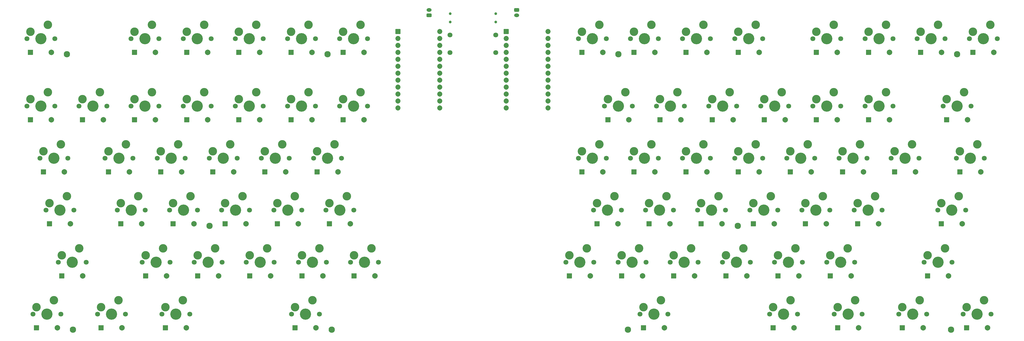
<source format=gbr>
%TF.GenerationSoftware,KiCad,Pcbnew,9.0.2*%
%TF.CreationDate,2025-05-23T00:15:25+09:00*%
%TF.ProjectId,jjongkbd,6a6a6f6e-676b-4626-942e-6b696361645f,0.1*%
%TF.SameCoordinates,Original*%
%TF.FileFunction,Soldermask,Top*%
%TF.FilePolarity,Negative*%
%FSLAX46Y46*%
G04 Gerber Fmt 4.6, Leading zero omitted, Abs format (unit mm)*
G04 Created by KiCad (PCBNEW 9.0.2) date 2025-05-23 00:15:25*
%MOMM*%
%LPD*%
G01*
G04 APERTURE LIST*
G04 Aperture macros list*
%AMRoundRect*
0 Rectangle with rounded corners*
0 $1 Rounding radius*
0 $2 $3 $4 $5 $6 $7 $8 $9 X,Y pos of 4 corners*
0 Add a 4 corners polygon primitive as box body*
4,1,4,$2,$3,$4,$5,$6,$7,$8,$9,$2,$3,0*
0 Add four circle primitives for the rounded corners*
1,1,$1+$1,$2,$3*
1,1,$1+$1,$4,$5*
1,1,$1+$1,$6,$7*
1,1,$1+$1,$8,$9*
0 Add four rect primitives between the rounded corners*
20,1,$1+$1,$2,$3,$4,$5,0*
20,1,$1+$1,$4,$5,$6,$7,0*
20,1,$1+$1,$6,$7,$8,$9,0*
20,1,$1+$1,$8,$9,$2,$3,0*%
G04 Aperture macros list end*
%ADD10C,4.087800*%
%ADD11C,1.801800*%
%ADD12C,3.100000*%
%ADD13RoundRect,0.050000X-0.889000X-0.889000X0.889000X-0.889000X0.889000X0.889000X-0.889000X0.889000X0*%
%ADD14C,2.005000*%
%ADD15C,1.800000*%
%ADD16C,1.000000*%
%ADD17RoundRect,0.260000X-0.665000X0.390000X-0.665000X-0.390000X0.665000X-0.390000X0.665000X0.390000X0*%
%ADD18O,1.850000X1.300000*%
%ADD19RoundRect,0.260000X0.665000X-0.390000X0.665000X0.390000X-0.665000X0.390000X-0.665000X-0.390000X0*%
%ADD20RoundRect,0.050000X-0.876300X0.876300X-0.876300X-0.876300X0.876300X-0.876300X0.876300X0.876300X0*%
%ADD21C,1.852600*%
%ADD22C,2.300000*%
G04 APERTURE END LIST*
D10*
%TO.C,S1*%
X38000000Y-57000000D03*
D11*
X43080000Y-57000000D03*
X32920000Y-57000000D03*
D12*
X40540000Y-51920000D03*
X34190000Y-54460000D03*
%TD*%
D10*
%TO.C,S2*%
X76000000Y-57000000D03*
D11*
X81080000Y-57000000D03*
X70920000Y-57000000D03*
D12*
X78540000Y-51920000D03*
X72190000Y-54460000D03*
%TD*%
D10*
%TO.C,S3*%
X95000000Y-57000000D03*
D11*
X100080000Y-57000000D03*
X89920000Y-57000000D03*
D12*
X97540000Y-51920000D03*
X91190000Y-54460000D03*
%TD*%
D10*
%TO.C,S4*%
X114000000Y-57000000D03*
D11*
X119080000Y-57000000D03*
X108920000Y-57000000D03*
D12*
X116540000Y-51920000D03*
X110190000Y-54460000D03*
%TD*%
D10*
%TO.C,S5*%
X133000000Y-57000000D03*
D11*
X138080000Y-57000000D03*
X127920000Y-57000000D03*
D12*
X135540000Y-51920000D03*
X129190000Y-54460000D03*
%TD*%
D10*
%TO.C,S6*%
X152000000Y-57000000D03*
D11*
X157080000Y-57000000D03*
X146920000Y-57000000D03*
D12*
X154540000Y-51920000D03*
X148190000Y-54460000D03*
%TD*%
D10*
%TO.C,S7*%
X38000000Y-81700000D03*
D11*
X43080000Y-81700000D03*
X32920000Y-81700000D03*
D12*
X40540000Y-76620000D03*
X34190000Y-79160000D03*
%TD*%
D10*
%TO.C,S8*%
X57000000Y-81700000D03*
D11*
X62080000Y-81700000D03*
X51920000Y-81700000D03*
D12*
X59540000Y-76620000D03*
X53190000Y-79160000D03*
%TD*%
D10*
%TO.C,S9*%
X76000000Y-81700000D03*
D11*
X81080000Y-81700000D03*
X70920000Y-81700000D03*
D12*
X78540000Y-76620000D03*
X72190000Y-79160000D03*
%TD*%
D10*
%TO.C,S10*%
X95000000Y-81700000D03*
D11*
X100080000Y-81700000D03*
X89920000Y-81700000D03*
D12*
X97540000Y-76620000D03*
X91190000Y-79160000D03*
%TD*%
D10*
%TO.C,S11*%
X114000000Y-81700000D03*
D11*
X119080000Y-81700000D03*
X108920000Y-81700000D03*
D12*
X116540000Y-76620000D03*
X110190000Y-79160000D03*
%TD*%
D10*
%TO.C,S12*%
X133000000Y-81700000D03*
D11*
X138080000Y-81700000D03*
X127920000Y-81700000D03*
D12*
X135540000Y-76620000D03*
X129190000Y-79160000D03*
%TD*%
D10*
%TO.C,S13*%
X152000000Y-81700000D03*
D11*
X157080000Y-81700000D03*
X146920000Y-81700000D03*
D12*
X154540000Y-76620000D03*
X148190000Y-79160000D03*
%TD*%
D10*
%TO.C,S14*%
X42750000Y-100700000D03*
D11*
X47830000Y-100700000D03*
X37670000Y-100700000D03*
D12*
X45290000Y-95620000D03*
X38940000Y-98160000D03*
%TD*%
D10*
%TO.C,S15*%
X66500000Y-100700000D03*
D11*
X71580000Y-100700000D03*
X61420000Y-100700000D03*
D12*
X69040000Y-95620000D03*
X62690000Y-98160000D03*
%TD*%
D10*
%TO.C,S16*%
X85500000Y-100700000D03*
D11*
X90580000Y-100700000D03*
X80420000Y-100700000D03*
D12*
X88040000Y-95620000D03*
X81690000Y-98160000D03*
%TD*%
D10*
%TO.C,S17*%
X104500000Y-100700000D03*
D11*
X109580000Y-100700000D03*
X99420000Y-100700000D03*
D12*
X107040000Y-95620000D03*
X100690000Y-98160000D03*
%TD*%
D10*
%TO.C,S18*%
X123500000Y-100700000D03*
D11*
X128580000Y-100700000D03*
X118420000Y-100700000D03*
D12*
X126040000Y-95620000D03*
X119690000Y-98160000D03*
%TD*%
D10*
%TO.C,S19*%
X142500000Y-100700000D03*
D11*
X147580000Y-100700000D03*
X137420000Y-100700000D03*
D12*
X145040000Y-95620000D03*
X138690000Y-98160000D03*
%TD*%
D10*
%TO.C,S20*%
X45000000Y-119700000D03*
D11*
X50080000Y-119700000D03*
X39920000Y-119700000D03*
D12*
X47540000Y-114620000D03*
X41190000Y-117160000D03*
%TD*%
D10*
%TO.C,S21*%
X71000000Y-119700000D03*
D11*
X76080000Y-119700000D03*
X65920000Y-119700000D03*
D12*
X73540000Y-114620000D03*
X67190000Y-117160000D03*
%TD*%
D10*
%TO.C,S22*%
X90000000Y-119700000D03*
D11*
X95080000Y-119700000D03*
X84920000Y-119700000D03*
D12*
X92540000Y-114620000D03*
X86190000Y-117160000D03*
%TD*%
D10*
%TO.C,S23*%
X109000000Y-119700000D03*
D11*
X114080000Y-119700000D03*
X103920000Y-119700000D03*
D12*
X111540000Y-114620000D03*
X105190000Y-117160000D03*
%TD*%
D10*
%TO.C,S24*%
X128000000Y-119700000D03*
D11*
X133080000Y-119700000D03*
X122920000Y-119700000D03*
D12*
X130540000Y-114620000D03*
X124190000Y-117160000D03*
%TD*%
D10*
%TO.C,S25*%
X147000000Y-119700000D03*
D11*
X152080000Y-119700000D03*
X141920000Y-119700000D03*
D12*
X149540000Y-114620000D03*
X143190000Y-117160000D03*
%TD*%
D10*
%TO.C,S26*%
X49500000Y-138700000D03*
D11*
X54580000Y-138700000D03*
X44420000Y-138700000D03*
D12*
X52040000Y-133620000D03*
X45690000Y-136160000D03*
%TD*%
D10*
%TO.C,S27*%
X80000000Y-138700000D03*
D11*
X85080000Y-138700000D03*
X74920000Y-138700000D03*
D12*
X82540000Y-133620000D03*
X76190000Y-136160000D03*
%TD*%
D10*
%TO.C,S28*%
X99000000Y-138700000D03*
D11*
X104080000Y-138700000D03*
X93920000Y-138700000D03*
D12*
X101540000Y-133620000D03*
X95190000Y-136160000D03*
%TD*%
D10*
%TO.C,S29*%
X118000000Y-138700000D03*
D11*
X123080000Y-138700000D03*
X112920000Y-138700000D03*
D12*
X120540000Y-133620000D03*
X114190000Y-136160000D03*
%TD*%
D10*
%TO.C,S30*%
X137000000Y-138700000D03*
D11*
X142080000Y-138700000D03*
X131920000Y-138700000D03*
D12*
X139540000Y-133620000D03*
X133190000Y-136160000D03*
%TD*%
D10*
%TO.C,S31*%
X156000000Y-138700000D03*
D11*
X161080000Y-138700000D03*
X150920000Y-138700000D03*
D12*
X158540000Y-133620000D03*
X152190000Y-136160000D03*
%TD*%
D10*
%TO.C,S32*%
X40250000Y-157700000D03*
D11*
X45330000Y-157700000D03*
X35170000Y-157700000D03*
D12*
X42790000Y-152620000D03*
X36440000Y-155160000D03*
%TD*%
D10*
%TO.C,S33*%
X63750000Y-157700000D03*
D11*
X68830000Y-157700000D03*
X58670000Y-157700000D03*
D12*
X66290000Y-152620000D03*
X59940000Y-155160000D03*
%TD*%
D10*
%TO.C,S34*%
X87250000Y-157700000D03*
D11*
X92330000Y-157700000D03*
X82170000Y-157700000D03*
D12*
X89790000Y-152620000D03*
X83440000Y-155160000D03*
%TD*%
D10*
%TO.C,S35*%
X134500000Y-157700000D03*
D11*
X139580000Y-157700000D03*
X129420000Y-157700000D03*
D12*
X137040000Y-152620000D03*
X130690000Y-155160000D03*
%TD*%
D10*
%TO.C,S36*%
X379250000Y-157700000D03*
D11*
X384330000Y-157700000D03*
X374170000Y-157700000D03*
D12*
X381790000Y-152620000D03*
X375440000Y-155160000D03*
%TD*%
D10*
%TO.C,S37*%
X355750000Y-157700000D03*
D11*
X360830000Y-157700000D03*
X350670000Y-157700000D03*
D12*
X358290000Y-152620000D03*
X351940000Y-155160000D03*
%TD*%
D10*
%TO.C,S38*%
X332250000Y-157700000D03*
D11*
X337330000Y-157700000D03*
X327170000Y-157700000D03*
D12*
X334790000Y-152620000D03*
X328440000Y-155160000D03*
%TD*%
D10*
%TO.C,S39*%
X308750000Y-157700000D03*
D11*
X313830000Y-157700000D03*
X303670000Y-157700000D03*
D12*
X311290000Y-152620000D03*
X304940000Y-155160000D03*
%TD*%
D10*
%TO.C,S40*%
X261500000Y-157700000D03*
D11*
X266580000Y-157700000D03*
X256420000Y-157700000D03*
D12*
X264040000Y-152620000D03*
X257690000Y-155160000D03*
%TD*%
D10*
%TO.C,S41*%
X365000000Y-138700000D03*
D11*
X370080000Y-138700000D03*
X359920000Y-138700000D03*
D12*
X367540000Y-133620000D03*
X361190000Y-136160000D03*
%TD*%
D10*
%TO.C,S42*%
X329500000Y-138700000D03*
D11*
X334580000Y-138700000D03*
X324420000Y-138700000D03*
D12*
X332040000Y-133620000D03*
X325690000Y-136160000D03*
%TD*%
D10*
%TO.C,S43*%
X310500000Y-138700000D03*
D11*
X315580000Y-138700000D03*
X305420000Y-138700000D03*
D12*
X313040000Y-133620000D03*
X306690000Y-136160000D03*
%TD*%
D10*
%TO.C,S44*%
X291500000Y-138700000D03*
D11*
X296580000Y-138700000D03*
X286420000Y-138700000D03*
D12*
X294040000Y-133620000D03*
X287690000Y-136160000D03*
%TD*%
D10*
%TO.C,S45*%
X272500000Y-138700000D03*
D11*
X277580000Y-138700000D03*
X267420000Y-138700000D03*
D12*
X275040000Y-133620000D03*
X268690000Y-136160000D03*
%TD*%
D10*
%TO.C,S46*%
X253500000Y-138700000D03*
D11*
X258580000Y-138700000D03*
X248420000Y-138700000D03*
D12*
X256040000Y-133620000D03*
X249690000Y-136160000D03*
%TD*%
D10*
%TO.C,S47*%
X234500000Y-138700000D03*
D11*
X239580000Y-138700000D03*
X229420000Y-138700000D03*
D12*
X237040000Y-133620000D03*
X230690000Y-136160000D03*
%TD*%
D10*
%TO.C,S48*%
X370000000Y-119700000D03*
D11*
X375080000Y-119700000D03*
X364920000Y-119700000D03*
D12*
X372540000Y-114620000D03*
X366190000Y-117160000D03*
%TD*%
D10*
%TO.C,S49*%
X339500000Y-119700000D03*
D11*
X344580000Y-119700000D03*
X334420000Y-119700000D03*
D12*
X342040000Y-114620000D03*
X335690000Y-117160000D03*
%TD*%
D10*
%TO.C,S50*%
X320500000Y-119700000D03*
D11*
X325580000Y-119700000D03*
X315420000Y-119700000D03*
D12*
X323040000Y-114620000D03*
X316690000Y-117160000D03*
%TD*%
D10*
%TO.C,S51*%
X301500000Y-119700000D03*
D11*
X306580000Y-119700000D03*
X296420000Y-119700000D03*
D12*
X304040000Y-114620000D03*
X297690000Y-117160000D03*
%TD*%
D10*
%TO.C,S52*%
X282500000Y-119700000D03*
D11*
X287580000Y-119700000D03*
X277420000Y-119700000D03*
D12*
X285040000Y-114620000D03*
X278690000Y-117160000D03*
%TD*%
D10*
%TO.C,S53*%
X263500000Y-119700000D03*
D11*
X268580000Y-119700000D03*
X258420000Y-119700000D03*
D12*
X266040000Y-114620000D03*
X259690000Y-117160000D03*
%TD*%
D10*
%TO.C,S54*%
X244500000Y-119700000D03*
D11*
X249580000Y-119700000D03*
X239420000Y-119700000D03*
D12*
X247040000Y-114620000D03*
X240690000Y-117160000D03*
%TD*%
D10*
%TO.C,S55*%
X376750000Y-100700000D03*
D11*
X381830000Y-100700000D03*
X371670000Y-100700000D03*
D12*
X379290000Y-95620000D03*
X372940000Y-98160000D03*
%TD*%
D10*
%TO.C,S56*%
X353000000Y-100700000D03*
D11*
X358080000Y-100700000D03*
X347920000Y-100700000D03*
D12*
X355540000Y-95620000D03*
X349190000Y-98160000D03*
%TD*%
D10*
%TO.C,S57*%
X334000000Y-100700000D03*
D11*
X339080000Y-100700000D03*
X328920000Y-100700000D03*
D12*
X336540000Y-95620000D03*
X330190000Y-98160000D03*
%TD*%
D10*
%TO.C,S58*%
X315000000Y-100700000D03*
D11*
X320080000Y-100700000D03*
X309920000Y-100700000D03*
D12*
X317540000Y-95620000D03*
X311190000Y-98160000D03*
%TD*%
D10*
%TO.C,S59*%
X296000000Y-100700000D03*
D11*
X301080000Y-100700000D03*
X290920000Y-100700000D03*
D12*
X298540000Y-95620000D03*
X292190000Y-98160000D03*
%TD*%
D10*
%TO.C,S60*%
X277000000Y-100700000D03*
D11*
X282080000Y-100700000D03*
X271920000Y-100700000D03*
D12*
X279540000Y-95620000D03*
X273190000Y-98160000D03*
%TD*%
D10*
%TO.C,S61*%
X258000000Y-100700000D03*
D11*
X263080000Y-100700000D03*
X252920000Y-100700000D03*
D12*
X260540000Y-95620000D03*
X254190000Y-98160000D03*
%TD*%
D10*
%TO.C,S62*%
X239000000Y-100700000D03*
D11*
X244080000Y-100700000D03*
X233920000Y-100700000D03*
D12*
X241540000Y-95620000D03*
X235190000Y-98160000D03*
%TD*%
D10*
%TO.C,S63*%
X372000000Y-81700000D03*
D11*
X377080000Y-81700000D03*
X366920000Y-81700000D03*
D12*
X374540000Y-76620000D03*
X368190000Y-79160000D03*
%TD*%
D10*
%TO.C,S64*%
X343500000Y-81700000D03*
D11*
X348580000Y-81700000D03*
X338420000Y-81700000D03*
D12*
X346040000Y-76620000D03*
X339690000Y-79160000D03*
%TD*%
D10*
%TO.C,S65*%
X324500000Y-81700000D03*
D11*
X329580000Y-81700000D03*
X319420000Y-81700000D03*
D12*
X327040000Y-76620000D03*
X320690000Y-79160000D03*
%TD*%
D10*
%TO.C,S66*%
X305500000Y-81700000D03*
D11*
X310580000Y-81700000D03*
X300420000Y-81700000D03*
D12*
X308040000Y-76620000D03*
X301690000Y-79160000D03*
%TD*%
D10*
%TO.C,S67*%
X286500000Y-81700000D03*
D11*
X291580000Y-81700000D03*
X281420000Y-81700000D03*
D12*
X289040000Y-76620000D03*
X282690000Y-79160000D03*
%TD*%
D10*
%TO.C,S68*%
X267500000Y-81700000D03*
D11*
X272580000Y-81700000D03*
X262420000Y-81700000D03*
D12*
X270040000Y-76620000D03*
X263690000Y-79160000D03*
%TD*%
D10*
%TO.C,S69*%
X248500000Y-81700000D03*
D11*
X253580000Y-81700000D03*
X243420000Y-81700000D03*
D12*
X251040000Y-76620000D03*
X244690000Y-79160000D03*
%TD*%
D10*
%TO.C,S70*%
X381500000Y-57000000D03*
D11*
X386580000Y-57000000D03*
X376420000Y-57000000D03*
D12*
X384040000Y-51920000D03*
X377690000Y-54460000D03*
%TD*%
D10*
%TO.C,S71*%
X362500000Y-57000000D03*
D11*
X367580000Y-57000000D03*
X357420000Y-57000000D03*
D12*
X365040000Y-51920000D03*
X358690000Y-54460000D03*
%TD*%
D10*
%TO.C,S72*%
X343500000Y-57000000D03*
D11*
X348580000Y-57000000D03*
X338420000Y-57000000D03*
D12*
X346040000Y-51920000D03*
X339690000Y-54460000D03*
%TD*%
D10*
%TO.C,S73*%
X324500000Y-57000000D03*
D11*
X329580000Y-57000000D03*
X319420000Y-57000000D03*
D12*
X327040000Y-51920000D03*
X320690000Y-54460000D03*
%TD*%
D10*
%TO.C,S74*%
X296000000Y-57000000D03*
D11*
X301080000Y-57000000D03*
X290920000Y-57000000D03*
D12*
X298540000Y-51920000D03*
X292190000Y-54460000D03*
%TD*%
D10*
%TO.C,S75*%
X277000000Y-57000000D03*
D11*
X282080000Y-57000000D03*
X271920000Y-57000000D03*
D12*
X279540000Y-51920000D03*
X273190000Y-54460000D03*
%TD*%
D10*
%TO.C,S76*%
X258000000Y-57000000D03*
D11*
X263080000Y-57000000D03*
X252920000Y-57000000D03*
D12*
X260540000Y-51920000D03*
X254190000Y-54460000D03*
%TD*%
D10*
%TO.C,S77*%
X239000000Y-57000000D03*
D11*
X244080000Y-57000000D03*
X233920000Y-57000000D03*
D12*
X241540000Y-51920000D03*
X235190000Y-54460000D03*
%TD*%
D13*
%TO.C,D1*%
X34190000Y-62000000D03*
D14*
X41810000Y-62000000D03*
%TD*%
D13*
%TO.C,D2*%
X72190000Y-62000000D03*
D14*
X79810000Y-62000000D03*
%TD*%
D13*
%TO.C,D3*%
X91190000Y-62000000D03*
D14*
X98810000Y-62000000D03*
%TD*%
D13*
%TO.C,D4*%
X110190000Y-62000000D03*
D14*
X117810000Y-62000000D03*
%TD*%
D13*
%TO.C,D5*%
X129190000Y-62000000D03*
D14*
X136810000Y-62000000D03*
%TD*%
D13*
%TO.C,D6*%
X148190000Y-62000000D03*
D14*
X155810000Y-62000000D03*
%TD*%
D13*
%TO.C,D7*%
X34190000Y-86700000D03*
D14*
X41810000Y-86700000D03*
%TD*%
D13*
%TO.C,D8*%
X53190000Y-86700000D03*
D14*
X60810000Y-86700000D03*
%TD*%
D13*
%TO.C,D9*%
X72190000Y-86700000D03*
D14*
X79810000Y-86700000D03*
%TD*%
D13*
%TO.C,D10*%
X91190000Y-86700000D03*
D14*
X98810000Y-86700000D03*
%TD*%
D13*
%TO.C,D11*%
X110190000Y-86700000D03*
D14*
X117810000Y-86700000D03*
%TD*%
D13*
%TO.C,D12*%
X129190000Y-86700000D03*
D14*
X136810000Y-86700000D03*
%TD*%
D13*
%TO.C,D13*%
X148190000Y-86700000D03*
D14*
X155810000Y-86700000D03*
%TD*%
D13*
%TO.C,D14*%
X38940000Y-105700000D03*
D14*
X46560000Y-105700000D03*
%TD*%
D13*
%TO.C,D15*%
X62690000Y-105700000D03*
D14*
X70310000Y-105700000D03*
%TD*%
D13*
%TO.C,D16*%
X81690000Y-105700000D03*
D14*
X89310000Y-105700000D03*
%TD*%
D13*
%TO.C,D17*%
X100690000Y-105700000D03*
D14*
X108310000Y-105700000D03*
%TD*%
D13*
%TO.C,D18*%
X119690000Y-105700000D03*
D14*
X127310000Y-105700000D03*
%TD*%
D13*
%TO.C,D19*%
X138690000Y-105700000D03*
D14*
X146310000Y-105700000D03*
%TD*%
D13*
%TO.C,D20*%
X41190000Y-124700000D03*
D14*
X48810000Y-124700000D03*
%TD*%
D13*
%TO.C,D21*%
X67190000Y-124700000D03*
D14*
X74810000Y-124700000D03*
%TD*%
D13*
%TO.C,D22*%
X86190000Y-124700000D03*
D14*
X93810000Y-124700000D03*
%TD*%
D13*
%TO.C,D23*%
X105190000Y-124700000D03*
D14*
X112810000Y-124700000D03*
%TD*%
D13*
%TO.C,D24*%
X124190000Y-124700000D03*
D14*
X131810000Y-124700000D03*
%TD*%
D13*
%TO.C,D25*%
X143190000Y-124700000D03*
D14*
X150810000Y-124700000D03*
%TD*%
D13*
%TO.C,D26*%
X45690000Y-143700000D03*
D14*
X53310000Y-143700000D03*
%TD*%
D13*
%TO.C,D27*%
X76190000Y-143700000D03*
D14*
X83810000Y-143700000D03*
%TD*%
D13*
%TO.C,D28*%
X95190000Y-143700000D03*
D14*
X102810000Y-143700000D03*
%TD*%
D13*
%TO.C,D29*%
X114190000Y-143700000D03*
D14*
X121810000Y-143700000D03*
%TD*%
D13*
%TO.C,D30*%
X133190000Y-143700000D03*
D14*
X140810000Y-143700000D03*
%TD*%
D13*
%TO.C,D31*%
X152190000Y-143700000D03*
D14*
X159810000Y-143700000D03*
%TD*%
D13*
%TO.C,D32*%
X36440000Y-162700000D03*
D14*
X44060000Y-162700000D03*
%TD*%
D13*
%TO.C,D33*%
X59940000Y-162700000D03*
D14*
X67560000Y-162700000D03*
%TD*%
D13*
%TO.C,D34*%
X83440000Y-162700000D03*
D14*
X91060000Y-162700000D03*
%TD*%
D13*
%TO.C,D35*%
X130690000Y-162700000D03*
D14*
X138310000Y-162700000D03*
%TD*%
D13*
%TO.C,D36*%
X375440000Y-162700000D03*
D14*
X383060000Y-162700000D03*
%TD*%
D13*
%TO.C,D37*%
X351940000Y-162700000D03*
D14*
X359560000Y-162700000D03*
%TD*%
D13*
%TO.C,D38*%
X328440000Y-162700000D03*
D14*
X336060000Y-162700000D03*
%TD*%
D13*
%TO.C,D39*%
X304940000Y-162700000D03*
D14*
X312560000Y-162700000D03*
%TD*%
D13*
%TO.C,D40*%
X257690000Y-162700000D03*
D14*
X265310000Y-162700000D03*
%TD*%
D13*
%TO.C,D41*%
X361190000Y-143700000D03*
D14*
X368810000Y-143700000D03*
%TD*%
D13*
%TO.C,D42*%
X325690000Y-143700000D03*
D14*
X333310000Y-143700000D03*
%TD*%
D13*
%TO.C,D43*%
X306690000Y-143700000D03*
D14*
X314310000Y-143700000D03*
%TD*%
D13*
%TO.C,D44*%
X287690000Y-143700000D03*
D14*
X295310000Y-143700000D03*
%TD*%
D13*
%TO.C,D45*%
X268690000Y-143700000D03*
D14*
X276310000Y-143700000D03*
%TD*%
D13*
%TO.C,D46*%
X249690000Y-143700000D03*
D14*
X257310000Y-143700000D03*
%TD*%
D13*
%TO.C,D47*%
X230690000Y-143700000D03*
D14*
X238310000Y-143700000D03*
%TD*%
D13*
%TO.C,D48*%
X366190000Y-124700000D03*
D14*
X373810000Y-124700000D03*
%TD*%
D13*
%TO.C,D49*%
X335690000Y-124700000D03*
D14*
X343310000Y-124700000D03*
%TD*%
D13*
%TO.C,D50*%
X316690000Y-124700000D03*
D14*
X324310000Y-124700000D03*
%TD*%
D13*
%TO.C,D51*%
X297690000Y-124700000D03*
D14*
X305310000Y-124700000D03*
%TD*%
D13*
%TO.C,D52*%
X278690000Y-124700000D03*
D14*
X286310000Y-124700000D03*
%TD*%
D13*
%TO.C,D53*%
X259690000Y-124700000D03*
D14*
X267310000Y-124700000D03*
%TD*%
D13*
%TO.C,D54*%
X240690000Y-124700000D03*
D14*
X248310000Y-124700000D03*
%TD*%
D13*
%TO.C,D55*%
X372940000Y-105700000D03*
D14*
X380560000Y-105700000D03*
%TD*%
D13*
%TO.C,D56*%
X349190000Y-105700000D03*
D14*
X356810000Y-105700000D03*
%TD*%
D13*
%TO.C,D57*%
X330190000Y-105700000D03*
D14*
X337810000Y-105700000D03*
%TD*%
D13*
%TO.C,D58*%
X311190000Y-105700000D03*
D14*
X318810000Y-105700000D03*
%TD*%
D13*
%TO.C,D59*%
X292190000Y-105700000D03*
D14*
X299810000Y-105700000D03*
%TD*%
D13*
%TO.C,D60*%
X273190000Y-105700000D03*
D14*
X280810000Y-105700000D03*
%TD*%
D13*
%TO.C,D61*%
X254190000Y-105700000D03*
D14*
X261810000Y-105700000D03*
%TD*%
D13*
%TO.C,D62*%
X235190000Y-105700000D03*
D14*
X242810000Y-105700000D03*
%TD*%
D13*
%TO.C,D63*%
X368190000Y-86700000D03*
D14*
X375810000Y-86700000D03*
%TD*%
D13*
%TO.C,D64*%
X339690000Y-86700000D03*
D14*
X347310000Y-86700000D03*
%TD*%
D13*
%TO.C,D65*%
X320690000Y-86700000D03*
D14*
X328310000Y-86700000D03*
%TD*%
D13*
%TO.C,D66*%
X301690000Y-86700000D03*
D14*
X309310000Y-86700000D03*
%TD*%
D13*
%TO.C,D67*%
X282690000Y-86700000D03*
D14*
X290310000Y-86700000D03*
%TD*%
D13*
%TO.C,D68*%
X263690000Y-86700000D03*
D14*
X271310000Y-86700000D03*
%TD*%
D13*
%TO.C,D69*%
X244690000Y-86700000D03*
D14*
X252310000Y-86700000D03*
%TD*%
D13*
%TO.C,D70*%
X377690000Y-62000000D03*
D14*
X385310000Y-62000000D03*
%TD*%
D13*
%TO.C,D71*%
X358690000Y-62000000D03*
D14*
X366310000Y-62000000D03*
%TD*%
D13*
%TO.C,D72*%
X339690000Y-62000000D03*
D14*
X347310000Y-62000000D03*
%TD*%
D13*
%TO.C,D73*%
X320690000Y-62000000D03*
D14*
X328310000Y-62000000D03*
%TD*%
D13*
%TO.C,D74*%
X292190000Y-62000000D03*
D14*
X299810000Y-62000000D03*
%TD*%
D13*
%TO.C,D75*%
X273190000Y-62000000D03*
D14*
X280810000Y-62000000D03*
%TD*%
D13*
%TO.C,D76*%
X254190000Y-62000000D03*
D14*
X261810000Y-62000000D03*
%TD*%
D13*
%TO.C,D77*%
X235190000Y-62000000D03*
D14*
X242810000Y-62000000D03*
%TD*%
D15*
%TO.C,RST1*%
X187150000Y-62150000D03*
X187150000Y-55650000D03*
%TD*%
%TO.C,RST2*%
X203850000Y-62150000D03*
X203850000Y-55650000D03*
%TD*%
D16*
%TO.C,PWR1*%
X187175000Y-47900000D03*
X187175000Y-50900000D03*
%TD*%
%TO.C,PWR2*%
X203825000Y-50900000D03*
X203825000Y-47900000D03*
%TD*%
D17*
%TO.C,JST1*%
X179550000Y-48500000D03*
D18*
X179550000Y-46500000D03*
%TD*%
D19*
%TO.C,JST2*%
X211450000Y-46500000D03*
D18*
X211450000Y-48500000D03*
%TD*%
D20*
%TO.C,MCU1*%
X168130000Y-54430000D03*
D21*
X168130000Y-56970000D03*
X168130000Y-59510000D03*
X168130000Y-62050000D03*
X168130000Y-64590000D03*
X168130000Y-67130000D03*
X168130000Y-69670000D03*
X168130000Y-72210000D03*
X168130000Y-74750000D03*
X168130000Y-77290000D03*
X168130000Y-79830000D03*
X168130000Y-82370000D03*
X183370000Y-54430000D03*
X183370000Y-56970000D03*
X183370000Y-59510000D03*
X183370000Y-62050000D03*
X183370000Y-64590000D03*
X183370000Y-67130000D03*
X183370000Y-69670000D03*
X183370000Y-72210000D03*
X183370000Y-74750000D03*
X183370000Y-77290000D03*
X183370000Y-79830000D03*
X183370000Y-82370000D03*
%TD*%
D20*
%TO.C,MCU2*%
X207630000Y-54430000D03*
D21*
X207630000Y-56970000D03*
X207630000Y-59510000D03*
X207630000Y-62050000D03*
X207630000Y-64590000D03*
X207630000Y-67130000D03*
X207630000Y-69670000D03*
X207630000Y-72210000D03*
X207630000Y-74750000D03*
X207630000Y-77290000D03*
X207630000Y-79830000D03*
X207630000Y-82370000D03*
X222870000Y-54430000D03*
X222870000Y-56970000D03*
X222870000Y-59510000D03*
X222870000Y-62050000D03*
X222870000Y-64590000D03*
X222870000Y-67130000D03*
X222870000Y-69670000D03*
X222870000Y-72210000D03*
X222870000Y-74750000D03*
X222870000Y-77290000D03*
X222870000Y-79830000D03*
X222870000Y-82370000D03*
%TD*%
D22*
%TO.C,MH1*%
X47500000Y-62700000D03*
%TD*%
%TO.C,MH2*%
X142500000Y-62700000D03*
%TD*%
%TO.C,MH3*%
X49750000Y-163400000D03*
%TD*%
%TO.C,MH4*%
X144000000Y-163400000D03*
%TD*%
%TO.C,MH5*%
X99500000Y-125400000D03*
%TD*%
%TO.C,MH6*%
X248500000Y-62700000D03*
%TD*%
%TO.C,MH7*%
X372000000Y-62700000D03*
%TD*%
%TO.C,MH8*%
X252000000Y-163400000D03*
%TD*%
%TO.C,MH9*%
X369750000Y-163400000D03*
%TD*%
%TO.C,MH10*%
X292000000Y-125400000D03*
%TD*%
M02*

</source>
